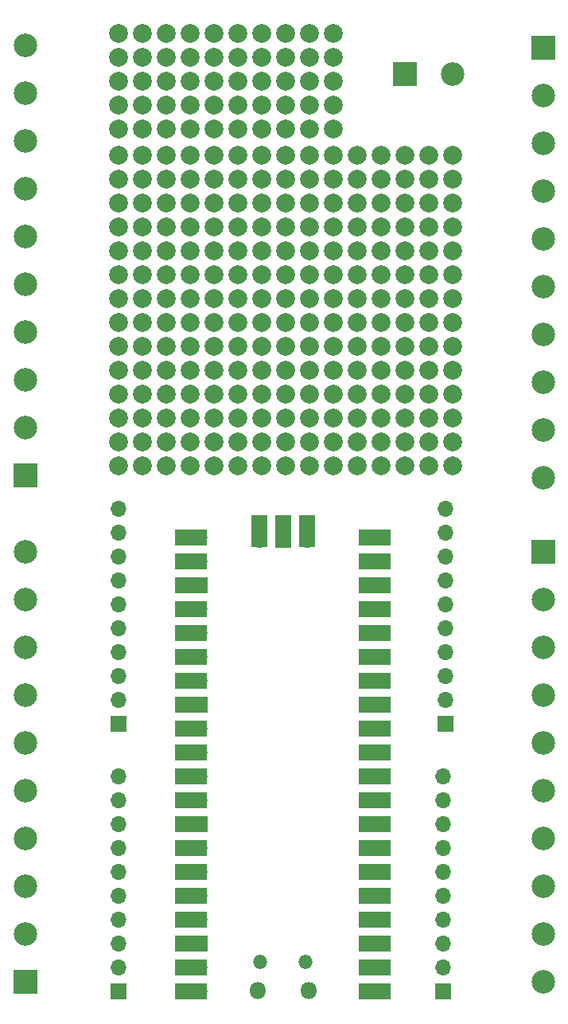
<source format=gbr>
%TF.GenerationSoftware,KiCad,Pcbnew,(5.1.6)-1*%
%TF.CreationDate,2021-02-08T13:30:39-05:00*%
%TF.ProjectId,MKME Pico Breakout,4d4b4d45-2050-4696-936f-20427265616b,rev?*%
%TF.SameCoordinates,Original*%
%TF.FileFunction,Soldermask,Top*%
%TF.FilePolarity,Negative*%
%FSLAX46Y46*%
G04 Gerber Fmt 4.6, Leading zero omitted, Abs format (unit mm)*
G04 Created by KiCad (PCBNEW (5.1.6)-1) date 2021-02-08 13:30:39*
%MOMM*%
%LPD*%
G01*
G04 APERTURE LIST*
%ADD10C,2.000000*%
%ADD11R,2.500000X2.500000*%
%ADD12C,2.500000*%
%ADD13R,1.700000X1.700000*%
%ADD14O,1.700000X1.700000*%
%ADD15R,3.500000X1.700000*%
%ADD16O,1.800000X1.800000*%
%ADD17O,1.500000X1.500000*%
%ADD18R,1.700000X3.500000*%
G04 APERTURE END LIST*
D10*
%TO.C, *%
X228092000Y-56896000D03*
%TD*%
%TO.C, *%
X225552000Y-56896000D03*
%TD*%
%TO.C, *%
X223012000Y-56896000D03*
%TD*%
%TO.C, *%
X220472000Y-56896000D03*
%TD*%
%TO.C, *%
X217932000Y-56896000D03*
%TD*%
%TO.C, *%
X215392000Y-56896000D03*
%TD*%
%TO.C, *%
X212852000Y-56896000D03*
%TD*%
%TO.C, *%
X210312000Y-56896000D03*
%TD*%
%TO.C, *%
X207772000Y-56896000D03*
%TD*%
%TO.C, *%
X205232000Y-56896000D03*
%TD*%
%TO.C, *%
X228092000Y-54356000D03*
%TD*%
%TO.C, *%
X225552000Y-54356000D03*
%TD*%
%TO.C, *%
X223012000Y-54356000D03*
%TD*%
%TO.C, *%
X220472000Y-54356000D03*
%TD*%
%TO.C, *%
X217932000Y-54356000D03*
%TD*%
%TO.C, *%
X215392000Y-54356000D03*
%TD*%
%TO.C, *%
X212852000Y-54356000D03*
%TD*%
%TO.C, *%
X210312000Y-54356000D03*
%TD*%
%TO.C, *%
X207772000Y-54356000D03*
%TD*%
%TO.C, *%
X205232000Y-54356000D03*
%TD*%
%TO.C, *%
X228092000Y-51816000D03*
%TD*%
%TO.C, *%
X225552000Y-51816000D03*
%TD*%
%TO.C, *%
X223012000Y-51816000D03*
%TD*%
%TO.C, *%
X220472000Y-51816000D03*
%TD*%
%TO.C, *%
X217932000Y-51816000D03*
%TD*%
%TO.C, *%
X215392000Y-51816000D03*
%TD*%
%TO.C, *%
X212852000Y-51816000D03*
%TD*%
%TO.C, *%
X210312000Y-51816000D03*
%TD*%
%TO.C, *%
X207772000Y-51816000D03*
%TD*%
%TO.C, *%
X205232000Y-51816000D03*
%TD*%
%TO.C, *%
X228092000Y-49276000D03*
%TD*%
%TO.C, *%
X225552000Y-49276000D03*
%TD*%
%TO.C, *%
X223012000Y-49276000D03*
%TD*%
%TO.C, *%
X220472000Y-49276000D03*
%TD*%
%TO.C, *%
X217932000Y-49276000D03*
%TD*%
%TO.C, *%
X215392000Y-49276000D03*
%TD*%
%TO.C, *%
X212852000Y-49276000D03*
%TD*%
%TO.C, *%
X210312000Y-49276000D03*
%TD*%
%TO.C, *%
X207772000Y-49276000D03*
%TD*%
%TO.C, *%
X205232000Y-49276000D03*
%TD*%
%TO.C, *%
X228092000Y-46736000D03*
%TD*%
%TO.C, *%
X225552000Y-46736000D03*
%TD*%
%TO.C, *%
X223012000Y-46736000D03*
%TD*%
%TO.C, *%
X220472000Y-46736000D03*
%TD*%
%TO.C, *%
X217932000Y-46736000D03*
%TD*%
%TO.C, *%
X215392000Y-46736000D03*
%TD*%
%TO.C, *%
X212852000Y-46736000D03*
%TD*%
%TO.C, *%
X210312000Y-46736000D03*
%TD*%
%TO.C, *%
X207772000Y-46736000D03*
%TD*%
%TO.C, *%
X205232000Y-46736000D03*
%TD*%
%TO.C, *%
X240792000Y-92710000D03*
%TD*%
%TO.C, *%
X238252000Y-92710000D03*
%TD*%
%TO.C, *%
X235712000Y-92710000D03*
%TD*%
%TO.C, *%
X233172000Y-92710000D03*
%TD*%
%TO.C, *%
X230632000Y-92710000D03*
%TD*%
%TO.C, *%
X228092000Y-92710000D03*
%TD*%
%TO.C, *%
X225552000Y-92710000D03*
%TD*%
%TO.C, *%
X223012000Y-92710000D03*
%TD*%
%TO.C, *%
X220472000Y-92710000D03*
%TD*%
%TO.C, *%
X217932000Y-92710000D03*
%TD*%
%TO.C, *%
X215392000Y-92710000D03*
%TD*%
%TO.C, *%
X212852000Y-92710000D03*
%TD*%
%TO.C, *%
X210312000Y-92710000D03*
%TD*%
%TO.C, *%
X207772000Y-92710000D03*
%TD*%
%TO.C, *%
X205232000Y-92710000D03*
%TD*%
%TO.C, *%
X240792000Y-90170000D03*
%TD*%
%TO.C, *%
X238252000Y-90170000D03*
%TD*%
%TO.C, *%
X235712000Y-90170000D03*
%TD*%
%TO.C, *%
X233172000Y-90170000D03*
%TD*%
%TO.C, *%
X230632000Y-90170000D03*
%TD*%
%TO.C, *%
X228092000Y-90170000D03*
%TD*%
%TO.C, *%
X225552000Y-90170000D03*
%TD*%
%TO.C, *%
X223012000Y-90170000D03*
%TD*%
%TO.C, *%
X220472000Y-90170000D03*
%TD*%
%TO.C, *%
X217932000Y-90170000D03*
%TD*%
%TO.C, *%
X215392000Y-90170000D03*
%TD*%
%TO.C, *%
X212852000Y-90170000D03*
%TD*%
%TO.C, *%
X210312000Y-90170000D03*
%TD*%
%TO.C, *%
X207772000Y-90170000D03*
%TD*%
%TO.C, *%
X205232000Y-90170000D03*
%TD*%
%TO.C, *%
X240792000Y-87630000D03*
%TD*%
%TO.C, *%
X238252000Y-87630000D03*
%TD*%
%TO.C, *%
X235712000Y-87630000D03*
%TD*%
%TO.C, *%
X233172000Y-87630000D03*
%TD*%
%TO.C, *%
X230632000Y-87630000D03*
%TD*%
%TO.C, *%
X228092000Y-87630000D03*
%TD*%
%TO.C, *%
X225552000Y-87630000D03*
%TD*%
%TO.C, *%
X223012000Y-87630000D03*
%TD*%
%TO.C, *%
X220472000Y-87630000D03*
%TD*%
%TO.C, *%
X217932000Y-87630000D03*
%TD*%
%TO.C, *%
X215392000Y-87630000D03*
%TD*%
%TO.C, *%
X212852000Y-87630000D03*
%TD*%
%TO.C, *%
X210312000Y-87630000D03*
%TD*%
%TO.C, *%
X207772000Y-87630000D03*
%TD*%
%TO.C, *%
X205232000Y-87630000D03*
%TD*%
%TO.C, *%
X240792000Y-85090000D03*
%TD*%
%TO.C, *%
X238252000Y-85090000D03*
%TD*%
%TO.C, *%
X235712000Y-85090000D03*
%TD*%
%TO.C, *%
X233172000Y-85090000D03*
%TD*%
%TO.C, *%
X230632000Y-85090000D03*
%TD*%
%TO.C, *%
X228092000Y-85090000D03*
%TD*%
%TO.C, *%
X225552000Y-85090000D03*
%TD*%
%TO.C, *%
X223012000Y-85090000D03*
%TD*%
%TO.C, *%
X220472000Y-85090000D03*
%TD*%
%TO.C, *%
X217932000Y-85090000D03*
%TD*%
%TO.C, *%
X215392000Y-85090000D03*
%TD*%
%TO.C, *%
X212852000Y-85090000D03*
%TD*%
%TO.C, *%
X210312000Y-85090000D03*
%TD*%
%TO.C, *%
X207772000Y-85090000D03*
%TD*%
%TO.C, *%
X205232000Y-85090000D03*
%TD*%
%TO.C, *%
X240792000Y-82550000D03*
%TD*%
%TO.C, *%
X238252000Y-82550000D03*
%TD*%
%TO.C, *%
X235712000Y-82550000D03*
%TD*%
%TO.C, *%
X233172000Y-82550000D03*
%TD*%
%TO.C, *%
X230632000Y-82550000D03*
%TD*%
%TO.C, *%
X228092000Y-82550000D03*
%TD*%
%TO.C, *%
X225552000Y-82550000D03*
%TD*%
%TO.C, *%
X223012000Y-82550000D03*
%TD*%
%TO.C, *%
X220472000Y-82550000D03*
%TD*%
%TO.C, *%
X217932000Y-82550000D03*
%TD*%
%TO.C, *%
X215392000Y-82550000D03*
%TD*%
%TO.C, *%
X212852000Y-82550000D03*
%TD*%
%TO.C, *%
X210312000Y-82550000D03*
%TD*%
%TO.C, *%
X207772000Y-82550000D03*
%TD*%
%TO.C, *%
X205232000Y-82550000D03*
%TD*%
%TO.C, *%
X240792000Y-80010000D03*
%TD*%
%TO.C, *%
X238252000Y-80010000D03*
%TD*%
%TO.C, *%
X235712000Y-80010000D03*
%TD*%
%TO.C, *%
X233172000Y-80010000D03*
%TD*%
%TO.C, *%
X230632000Y-80010000D03*
%TD*%
%TO.C, *%
X228092000Y-80010000D03*
%TD*%
%TO.C, *%
X225552000Y-80010000D03*
%TD*%
%TO.C, *%
X223012000Y-80010000D03*
%TD*%
%TO.C, *%
X220472000Y-80010000D03*
%TD*%
%TO.C, *%
X217932000Y-80010000D03*
%TD*%
%TO.C, *%
X215392000Y-80010000D03*
%TD*%
%TO.C, *%
X212852000Y-80010000D03*
%TD*%
%TO.C, *%
X210312000Y-80010000D03*
%TD*%
%TO.C, *%
X207772000Y-80010000D03*
%TD*%
%TO.C, *%
X205232000Y-80010000D03*
%TD*%
%TO.C, *%
X240792000Y-77470000D03*
%TD*%
%TO.C, *%
X238252000Y-77470000D03*
%TD*%
%TO.C, *%
X235712000Y-77470000D03*
%TD*%
%TO.C, *%
X233172000Y-77470000D03*
%TD*%
%TO.C, *%
X230632000Y-77470000D03*
%TD*%
%TO.C, *%
X228092000Y-77470000D03*
%TD*%
%TO.C, *%
X225552000Y-77470000D03*
%TD*%
%TO.C, *%
X223012000Y-77470000D03*
%TD*%
%TO.C, *%
X220472000Y-77470000D03*
%TD*%
%TO.C, *%
X217932000Y-77470000D03*
%TD*%
%TO.C, *%
X215392000Y-77470000D03*
%TD*%
%TO.C, *%
X212852000Y-77470000D03*
%TD*%
%TO.C, *%
X210312000Y-77470000D03*
%TD*%
%TO.C, *%
X207772000Y-77470000D03*
%TD*%
%TO.C, *%
X205232000Y-77470000D03*
%TD*%
%TO.C, *%
X240792000Y-74930000D03*
%TD*%
%TO.C, *%
X238252000Y-74930000D03*
%TD*%
%TO.C, *%
X235712000Y-74930000D03*
%TD*%
%TO.C, *%
X233172000Y-74930000D03*
%TD*%
%TO.C, *%
X230632000Y-74930000D03*
%TD*%
%TO.C, *%
X228092000Y-74930000D03*
%TD*%
%TO.C, *%
X225552000Y-74930000D03*
%TD*%
%TO.C, *%
X223012000Y-74930000D03*
%TD*%
%TO.C, *%
X220472000Y-74930000D03*
%TD*%
%TO.C, *%
X217932000Y-74930000D03*
%TD*%
%TO.C, *%
X215392000Y-74930000D03*
%TD*%
%TO.C, *%
X212852000Y-74930000D03*
%TD*%
%TO.C, *%
X210312000Y-74930000D03*
%TD*%
%TO.C, *%
X207772000Y-74930000D03*
%TD*%
%TO.C, *%
X205232000Y-74930000D03*
%TD*%
%TO.C, *%
X240792000Y-72390000D03*
%TD*%
%TO.C, *%
X238252000Y-72390000D03*
%TD*%
%TO.C, *%
X235712000Y-72390000D03*
%TD*%
%TO.C, *%
X233172000Y-72390000D03*
%TD*%
%TO.C, *%
X230632000Y-72390000D03*
%TD*%
%TO.C, *%
X228092000Y-72390000D03*
%TD*%
%TO.C, *%
X225552000Y-72390000D03*
%TD*%
%TO.C, *%
X223012000Y-72390000D03*
%TD*%
%TO.C, *%
X220472000Y-72390000D03*
%TD*%
%TO.C, *%
X217932000Y-72390000D03*
%TD*%
%TO.C, *%
X215392000Y-72390000D03*
%TD*%
%TO.C, *%
X212852000Y-72390000D03*
%TD*%
%TO.C, *%
X210312000Y-72390000D03*
%TD*%
%TO.C, *%
X207772000Y-72390000D03*
%TD*%
%TO.C, *%
X205232000Y-72390000D03*
%TD*%
%TO.C, *%
X240792000Y-69850000D03*
%TD*%
%TO.C, *%
X238252000Y-69850000D03*
%TD*%
%TO.C, *%
X235712000Y-69850000D03*
%TD*%
%TO.C, *%
X233172000Y-69850000D03*
%TD*%
%TO.C, *%
X230632000Y-69850000D03*
%TD*%
%TO.C, *%
X228092000Y-69850000D03*
%TD*%
%TO.C, *%
X225552000Y-69850000D03*
%TD*%
%TO.C, *%
X223012000Y-69850000D03*
%TD*%
%TO.C, *%
X220472000Y-69850000D03*
%TD*%
%TO.C, *%
X217932000Y-69850000D03*
%TD*%
%TO.C, *%
X215392000Y-69850000D03*
%TD*%
%TO.C, *%
X212852000Y-69850000D03*
%TD*%
%TO.C, *%
X210312000Y-69850000D03*
%TD*%
%TO.C, *%
X207772000Y-69850000D03*
%TD*%
%TO.C, *%
X205232000Y-69850000D03*
%TD*%
%TO.C, *%
X240792000Y-67310000D03*
%TD*%
%TO.C, *%
X238252000Y-67310000D03*
%TD*%
%TO.C, *%
X235712000Y-67310000D03*
%TD*%
%TO.C, *%
X233172000Y-67310000D03*
%TD*%
%TO.C, *%
X230632000Y-67310000D03*
%TD*%
%TO.C, *%
X228092000Y-67310000D03*
%TD*%
%TO.C, *%
X225552000Y-67310000D03*
%TD*%
%TO.C, *%
X223012000Y-67310000D03*
%TD*%
%TO.C, *%
X220472000Y-67310000D03*
%TD*%
%TO.C, *%
X217932000Y-67310000D03*
%TD*%
%TO.C, *%
X215392000Y-67310000D03*
%TD*%
%TO.C, *%
X212852000Y-67310000D03*
%TD*%
%TO.C, *%
X210312000Y-67310000D03*
%TD*%
%TO.C, *%
X207772000Y-67310000D03*
%TD*%
%TO.C, *%
X205232000Y-67310000D03*
%TD*%
%TO.C, *%
X240792000Y-64770000D03*
%TD*%
%TO.C, *%
X238252000Y-64770000D03*
%TD*%
%TO.C, *%
X235712000Y-64770000D03*
%TD*%
%TO.C, *%
X233172000Y-64770000D03*
%TD*%
%TO.C, *%
X230632000Y-64770000D03*
%TD*%
%TO.C, *%
X228092000Y-64770000D03*
%TD*%
%TO.C, *%
X225552000Y-64770000D03*
%TD*%
%TO.C, *%
X223012000Y-64770000D03*
%TD*%
%TO.C, *%
X220472000Y-64770000D03*
%TD*%
%TO.C, *%
X217932000Y-64770000D03*
%TD*%
%TO.C, *%
X215392000Y-64770000D03*
%TD*%
%TO.C, *%
X212852000Y-64770000D03*
%TD*%
%TO.C, *%
X210312000Y-64770000D03*
%TD*%
%TO.C, *%
X207772000Y-64770000D03*
%TD*%
%TO.C, *%
X205232000Y-64770000D03*
%TD*%
%TO.C, *%
X240792000Y-62230000D03*
%TD*%
%TO.C, *%
X238252000Y-62230000D03*
%TD*%
%TO.C, *%
X235712000Y-62230000D03*
%TD*%
%TO.C, *%
X233172000Y-62230000D03*
%TD*%
%TO.C, *%
X230632000Y-62230000D03*
%TD*%
%TO.C, *%
X228092000Y-62230000D03*
%TD*%
%TO.C, *%
X225552000Y-62230000D03*
%TD*%
%TO.C, *%
X223012000Y-62230000D03*
%TD*%
%TO.C, *%
X220472000Y-62230000D03*
%TD*%
%TO.C, *%
X217932000Y-62230000D03*
%TD*%
%TO.C, *%
X215392000Y-62230000D03*
%TD*%
%TO.C, *%
X212852000Y-62230000D03*
%TD*%
%TO.C, *%
X210312000Y-62230000D03*
%TD*%
%TO.C, *%
X207772000Y-62230000D03*
%TD*%
%TO.C, *%
X205232000Y-62230000D03*
%TD*%
%TO.C, *%
X240792000Y-59690000D03*
%TD*%
%TO.C, *%
X238252000Y-59690000D03*
%TD*%
%TO.C, *%
X235712000Y-59690000D03*
%TD*%
%TO.C, *%
X233172000Y-59690000D03*
%TD*%
%TO.C, *%
X230632000Y-59690000D03*
%TD*%
%TO.C, *%
X228092000Y-59690000D03*
%TD*%
%TO.C, *%
X225552000Y-59690000D03*
%TD*%
%TO.C, *%
X223012000Y-59690000D03*
%TD*%
%TO.C, *%
X220472000Y-59690000D03*
%TD*%
%TO.C, *%
X217932000Y-59690000D03*
%TD*%
%TO.C, *%
X215392000Y-59690000D03*
%TD*%
%TO.C, *%
X212852000Y-59690000D03*
%TD*%
%TO.C, *%
X210312000Y-59690000D03*
%TD*%
%TO.C, *%
X207772000Y-59690000D03*
%TD*%
%TO.C, *%
X205232000Y-59690000D03*
%TD*%
D11*
%TO.C,J1*%
X250444000Y-48260000D03*
D12*
X250444000Y-53340000D03*
X250444000Y-58420000D03*
X250444000Y-63500000D03*
X250444000Y-68580000D03*
X250444000Y-73660000D03*
X250444000Y-78740000D03*
X250444000Y-83820000D03*
X250444000Y-88900000D03*
X250444000Y-93980000D03*
%TD*%
D13*
%TO.C,J2*%
X240030000Y-120142000D03*
D14*
X240030000Y-117602000D03*
X240030000Y-115062000D03*
X240030000Y-112522000D03*
X240030000Y-109982000D03*
X240030000Y-107442000D03*
X240030000Y-104902000D03*
X240030000Y-102362000D03*
X240030000Y-99822000D03*
X240030000Y-97282000D03*
%TD*%
D11*
%TO.C,J3*%
X235712000Y-51054000D03*
D12*
X240792000Y-51054000D03*
%TD*%
%TO.C,J4*%
X250444000Y-147574000D03*
X250444000Y-142494000D03*
X250444000Y-137414000D03*
X250444000Y-132334000D03*
X250444000Y-127254000D03*
X250444000Y-122174000D03*
X250444000Y-117094000D03*
X250444000Y-112014000D03*
X250444000Y-106934000D03*
D11*
X250444000Y-101854000D03*
%TD*%
D14*
%TO.C,J5*%
X239776000Y-125730000D03*
X239776000Y-128270000D03*
X239776000Y-130810000D03*
X239776000Y-133350000D03*
X239776000Y-135890000D03*
X239776000Y-138430000D03*
X239776000Y-140970000D03*
X239776000Y-143510000D03*
X239776000Y-146050000D03*
D13*
X239776000Y-148590000D03*
%TD*%
%TO.C,J6*%
X205232000Y-120142000D03*
D14*
X205232000Y-117602000D03*
X205232000Y-115062000D03*
X205232000Y-112522000D03*
X205232000Y-109982000D03*
X205232000Y-107442000D03*
X205232000Y-104902000D03*
X205232000Y-102362000D03*
X205232000Y-99822000D03*
X205232000Y-97282000D03*
%TD*%
%TO.C,J7*%
X205232000Y-125730000D03*
X205232000Y-128270000D03*
X205232000Y-130810000D03*
X205232000Y-133350000D03*
X205232000Y-135890000D03*
X205232000Y-138430000D03*
X205232000Y-140970000D03*
X205232000Y-143510000D03*
X205232000Y-146050000D03*
D13*
X205232000Y-148590000D03*
%TD*%
D11*
%TO.C,J8*%
X195326000Y-93726000D03*
D12*
X195326000Y-88646000D03*
X195326000Y-83566000D03*
X195326000Y-78486000D03*
X195326000Y-73406000D03*
X195326000Y-68326000D03*
X195326000Y-63246000D03*
X195326000Y-58166000D03*
X195326000Y-53086000D03*
X195326000Y-48006000D03*
%TD*%
D11*
%TO.C,J9*%
X195326000Y-147574000D03*
D12*
X195326000Y-142494000D03*
X195326000Y-137414000D03*
X195326000Y-132334000D03*
X195326000Y-127254000D03*
X195326000Y-122174000D03*
X195326000Y-117094000D03*
X195326000Y-112014000D03*
X195326000Y-106934000D03*
X195326000Y-101854000D03*
%TD*%
D14*
%TO.C,U1*%
X231648000Y-148590000D03*
X231648000Y-146050000D03*
D13*
X231648000Y-143510000D03*
D14*
X231648000Y-140970000D03*
X231648000Y-138430000D03*
X231648000Y-135890000D03*
X231648000Y-133350000D03*
D13*
X231648000Y-130810000D03*
D14*
X231648000Y-128270000D03*
X231648000Y-125730000D03*
X231648000Y-123190000D03*
X231648000Y-120650000D03*
D13*
X231648000Y-118110000D03*
D14*
X231648000Y-115570000D03*
X231648000Y-113030000D03*
X231648000Y-110490000D03*
X231648000Y-107950000D03*
D13*
X231648000Y-105410000D03*
D14*
X231648000Y-102870000D03*
X231648000Y-100330000D03*
X213868000Y-100330000D03*
X213868000Y-102870000D03*
D13*
X213868000Y-105410000D03*
D14*
X213868000Y-107950000D03*
X213868000Y-110490000D03*
X213868000Y-113030000D03*
X213868000Y-115570000D03*
D13*
X213868000Y-118110000D03*
D14*
X213868000Y-120650000D03*
X213868000Y-123190000D03*
X213868000Y-125730000D03*
X213868000Y-128270000D03*
D13*
X213868000Y-130810000D03*
D14*
X213868000Y-133350000D03*
X213868000Y-135890000D03*
X213868000Y-138430000D03*
X213868000Y-140970000D03*
D13*
X213868000Y-143510000D03*
D14*
X213868000Y-146050000D03*
X213868000Y-148590000D03*
D15*
X232548000Y-148590000D03*
X232548000Y-146050000D03*
X232548000Y-143510000D03*
X232548000Y-140970000D03*
X232548000Y-138430000D03*
X232548000Y-135890000D03*
X232548000Y-133350000D03*
X232548000Y-130810000D03*
X232548000Y-128270000D03*
X232548000Y-125730000D03*
X232548000Y-123190000D03*
X232548000Y-120650000D03*
X232548000Y-118110000D03*
X232548000Y-115570000D03*
X232548000Y-113030000D03*
X232548000Y-110490000D03*
X232548000Y-107950000D03*
X232548000Y-105410000D03*
X232548000Y-102870000D03*
X232548000Y-100330000D03*
X212968000Y-148590000D03*
X212968000Y-146050000D03*
X212968000Y-143510000D03*
X212968000Y-140970000D03*
X212968000Y-138430000D03*
X212968000Y-135890000D03*
X212968000Y-133350000D03*
X212968000Y-130810000D03*
X212968000Y-128270000D03*
X212968000Y-125730000D03*
X212968000Y-123190000D03*
X212968000Y-120650000D03*
X212968000Y-118110000D03*
X212968000Y-115570000D03*
X212968000Y-113030000D03*
X212968000Y-110490000D03*
X212968000Y-107950000D03*
X212968000Y-105410000D03*
X212968000Y-102870000D03*
X212968000Y-100330000D03*
D16*
X225483000Y-148460000D03*
X220033000Y-148460000D03*
D17*
X225183000Y-145430000D03*
X220333000Y-145430000D03*
D18*
X225298000Y-99660000D03*
D14*
X225298000Y-100560000D03*
D18*
X222758000Y-99660000D03*
D13*
X222758000Y-100560000D03*
D18*
X220218000Y-99660000D03*
D14*
X220218000Y-100560000D03*
%TD*%
M02*

</source>
